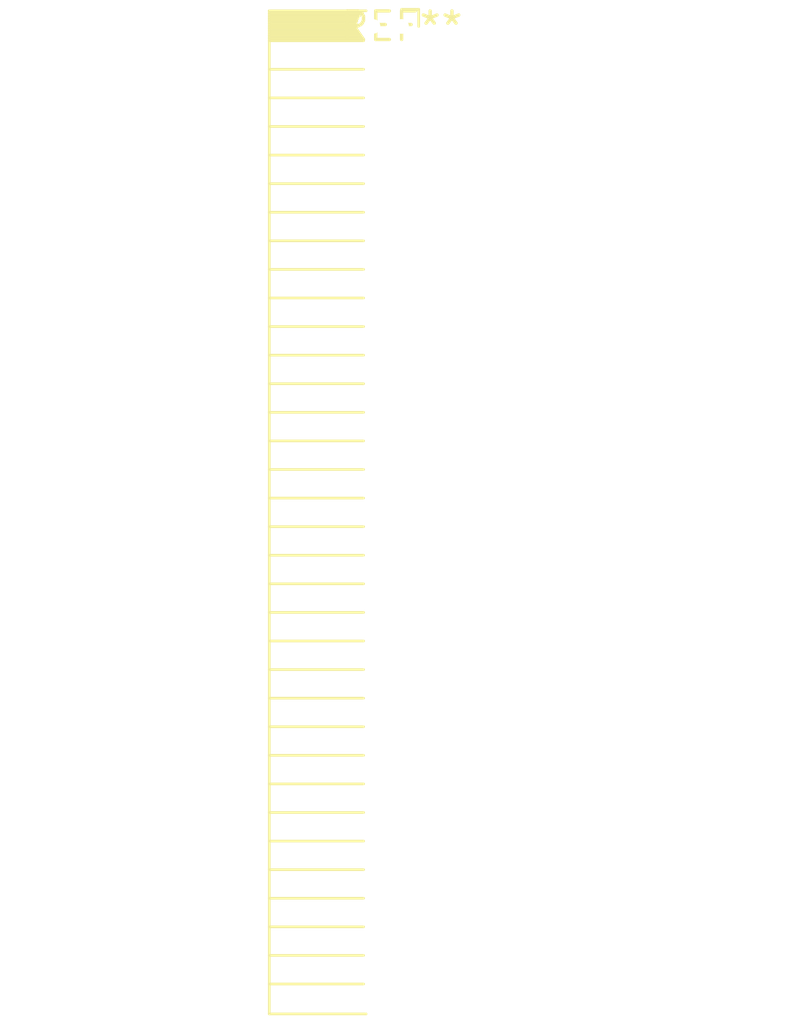
<source format=kicad_pcb>
(kicad_pcb (version 20240108) (generator pcbnew)
  (layers (0 "F.Cu" signal) (31 "B.Cu" signal) (34 "B.Paste" user) (35 "F.Paste" user) (36 "B.SilkS" user "B.Silkscreen") (37 "F.SilkS" user "F.Silkscreen") (38 "B.Mask" user) (39 "F.Mask" user) (44 "Edge.Cuts" user))
  (net 0 "")
  (footprint "PinSocket_2x35_P1.27mm_Horizontal" (layer "F.Cu") (at 0 0)
    (property "Reference" "REF**")
    (property "Value" "PinSocket_2x35_P1.27mm_Horizontal")
    (fp_line (start -5.88 -0.695) (end -5.88 43.875) (layer "F.SilkS") (stroke (width 0.12)))
    (fp_line (start -5.88 -0.695) (end -1.57753 -0.695) (layer "F.SilkS") (stroke (width 0.12)))
    (fp_line (start -5.88 -0.575) (end -1.766966 -0.575) (layer "F.SilkS") (stroke (width 0.12)))
    (fp_line (start -5.88 -0.465) (end -1.871145 -0.465) (layer "F.SilkS") (stroke (width 0.12)))
    (fp_line (start -5.88 -0.355) (end -1.941993 -0.355) (layer "F.SilkS") (stroke (width 0.12)))
    (fp_line (start -5.88 -0.245) (end -1.989427 -0.245) (layer "F.SilkS") (stroke (width 0.12)))
    (fp_line (start -5.88 -0.135) (end -2.017914 -0.135) (layer "F.SilkS") (stroke (width 0.12)))
    (fp_line (start -5.88 -0.025) (end -2.029589 -0.025) (layer "F.SilkS") (stroke (width 0.12)))
    (fp_line (start -5.88 0.085) (end -2.025232 0.085) (layer "F.SilkS") (stroke (width 0.12)))
    (fp_line (start -5.88 0.195) (end -2.004558 0.195) (layer "F.SilkS") (stroke (width 0.12)))
    (fp_line (start -5.88 0.305) (end -1.966114 0.305) (layer "F.SilkS") (stroke (width 0.12)))
    (fp_line (start -5.88 0.415) (end -1.906691 0.415) (layer "F.SilkS") (stroke (width 0.12)))
    (fp_line (start -5.88 0.525) (end -1.819523 0.525) (layer "F.SilkS") (stroke (width 0.12)))
    (fp_line (start -5.88 0.635) (end -1.687582 0.635) (layer "F.SilkS") (stroke (width 0.12)))
    (fp_line (start -5.88 1.905) (end -1.687582 1.905) (layer "F.SilkS") (stroke (width 0.12)))
    (fp_line (start -5.88 3.175) (end -1.687582 3.175) (layer "F.SilkS") (stroke (width 0.12)))
    (fp_line (start -5.88 4.445) (end -1.687582 4.445) (layer "F.SilkS") (stroke (width 0.12)))
    (fp_line (start -5.88 5.715) (end -1.687582 5.715) (layer "F.SilkS") (stroke (width 0.12)))
    (fp_line (start -5.88 6.985) (end -1.687582 6.985) (layer "F.SilkS") (stroke (width 0.12)))
    (fp_line (start -5.88 8.255) (end -1.687582 8.255) (layer "F.SilkS") (stroke (width 0.12)))
    (fp_line (start -5.88 9.525) (end -1.687582 9.525) (layer "F.SilkS") (stroke (width 0.12)))
    (fp_line (start -5.88 10.795) (end -1.687582 10.795) (layer "F.SilkS") (stroke (width 0.12)))
    (fp_line (start -5.88 12.065) (end -1.687582 12.065) (layer "F.SilkS") (stroke (width 0.12)))
    (fp_line (start -5.88 13.335) (end -1.687582 13.335) (layer "F.SilkS") (stroke (width 0.12)))
    (fp_line (start -5.88 14.605) (end -1.687582 14.605) (layer "F.SilkS") (stroke (width 0.12)))
    (fp_line (start -5.88 15.875) (end -1.687582 15.875) (layer "F.SilkS") (stroke (width 0.12)))
    (fp_line (start -5.88 17.145) (end -1.687582 17.145) (layer "F.SilkS") (stroke (width 0.12)))
    (fp_line (start -5.88 18.415) (end -1.687582 18.415) (layer "F.SilkS") (stroke (width 0.12)))
    (fp_line (start -5.88 19.685) (end -1.687582 19.685) (layer "F.SilkS") (stroke (width 0.12)))
    (fp_line (start -5.88 20.955) (end -1.687582 20.955) (layer "F.SilkS") (stroke (width 0.12)))
    (fp_line (start -5.88 22.225) (end -1.687582 22.225) (layer "F.SilkS") (stroke (width 0.12)))
    (fp_line (start -5.88 23.495) (end -1.687582 23.495) (layer "F.SilkS") (stroke (width 0.12)))
    (fp_line (start -5.88 24.765) (end -1.687582 24.765) (layer "F.SilkS") (stroke (width 0.12)))
    (fp_line (start -5.88 26.035) (end -1.687582 26.035) (layer "F.SilkS") (stroke (width 0.12)))
    (fp_line (start -5.88 27.305) (end -1.687582 27.305) (layer "F.SilkS") (stroke (width 0.12)))
    (fp_line (start -5.88 28.575) (end -1.687582 28.575) (layer "F.SilkS") (stroke (width 0.12)))
    (fp_line (start -5.88 29.845) (end -1.687582 29.845) (layer "F.SilkS") (stroke (width 0.12)))
    (fp_line (start -5.88 31.115) (end -1.687582 31.115) (layer "F.SilkS") (stroke (width 0.12)))
    (fp_line (start -5.88 32.385) (end -1.687582 32.385) (layer "F.SilkS") (stroke (width 0.12)))
    (fp_line (start -5.88 33.655) (end -1.687582 33.655) (layer "F.SilkS") (stroke (width 0.12)))
    (fp_line (start -5.88 34.925) (end -1.687582 34.925) (layer "F.SilkS") (stroke (width 0.12)))
    (fp_line (start -5.88 36.195) (end -1.687582 36.195) (layer "F.SilkS") (stroke (width 0.12)))
    (fp_line (start -5.88 37.465) (end -1.687582 37.465) (layer "F.SilkS") (stroke (width 0.12)))
    (fp_line (start -5.88 38.735) (end -1.687582 38.735) (layer "F.SilkS") (stroke (width 0.12)))
    (fp_line (start -5.88 40.005) (end -1.687582 40.005) (layer "F.SilkS") (stroke (width 0.12)))
    (fp_line (start -5.88 41.275) (end -1.687582 41.275) (layer "F.SilkS") (stroke (width 0.12)))
    (fp_line (start -5.88 42.545) (end -1.687582 42.545) (layer "F.SilkS") (stroke (width 0.12)))
    (fp_line (start -5.88 43.875) (end -1.57753 43.875) (layer "F.SilkS") (stroke (width 0.12)))
    (fp_line (start 0 -0.76) (end 0.76 -0.76) (layer "F.SilkS") (stroke (width 0.12)))
    (fp_line (start 0.76 -0.76) (end 0.76 0) (layer "F.SilkS") (stroke (width 0.12)))
    (pad "1" thru_hole rect (at 0 0) (size 1 1) (drill 0.65) (layers *.Cu *.Mask) (remove_unused_layers))
    (pad "2" thru_hole oval (at -1.27 0) (size 1 1) (drill 0.65) (layers *.Cu *.Mask) (remove_unused_layers))
    (pad "3" thru_hole oval (at 0 1.27) (size 1 1) (drill 0.65) (layers *.Cu *.Mask) (remove_unused_layers))
    (pad "4" thru_hole oval (at -1.27 1.27) (size 1 1) (drill 0.65) (layers *.Cu *.Mask) (remove_unused_layers))
    (pad "5" thru_hole oval (at 0 2.54) (size 1 1) (drill 0.65) (layers *.Cu *.Mask) (remove_unused_layers))
    (pad "6" thru_hole oval (at -1.27 2.54) (size 1 1) (drill 0.65) (layers *.Cu *.Mask) (remove_unused_layers))
    (pad "7" thru_hole oval (at 0 3.81) (size 1 1) (drill 0.65) (layers *.Cu *.Mask) (remove_unused_layers))
    (pad "8" thru_hole oval (at -1.27 3.81) (size 1 1) (drill 0.65) (layers *.Cu *.Mask) (remove_unused_layers))
    (pad "9" thru_hole oval (at 0 5.08) (size 1 1) (drill 0.65) (layers *.Cu *.Mask) (remove_unused_layers))
    (pad "10" thru_hole oval (at -1.27 5.08) (size 1 1) (drill 0.65) (layers *.Cu *.Mask) (remove_unused_layers))
    (pad "11" thru_hole oval (at 0 6.35) (size 1 1) (drill 0.65) (layers *.Cu *.Mask) (remove_unused_layers))
    (pad "12" thru_hole oval (at -1.27 6.35) (size 1 1) (drill 0.65) (layers *.Cu *.Mask) (remove_unused_layers))
    (pad "13" thru_hole oval (at 0 7.62) (size 1 1) (drill 0.65) (layers *.Cu *.Mask) (remove_unused_layers))
    (pad "14" thru_hole oval (at -1.27 7.62) (size 1 1) (drill 0.65) (layers *.Cu *.Mask) (remove_unused_layers))
    (pad "15" thru_hole oval (at 0 8.89) (size 1 1) (drill 0.65) (layers *.Cu *.Mask) (remove_unused_layers))
    (pad "16" thru_hole oval (at -1.27 8.89) (size 1 1) (drill 0.65) (layers *.Cu *.Mask) (remove_unused_layers))
    (pad "17" thru_hole oval (at 0 10.16) (size 1 1) (drill 0.65) (layers *.Cu *.Mask) (remove_unused_layers))
    (pad "18" thru_hole oval (at -1.27 10.16) (size 1 1) (drill 0.65) (layers *.Cu *.Mask) (remove_unused_layers))
    (pad "19" thru_hole oval (at 0 11.43) (size 1 1) (drill 0.65) (layers *.Cu *.Mask) (remove_unused_layers))
    (pad "20" thru_hole oval (at -1.27 11.43) (size 1 1) (drill 0.65) (layers *.Cu *.Mask) (remove_unused_layers))
    (pad "21" thru_hole oval (at 0 12.7) (size 1 1) (drill 0.65) (layers *.Cu *.Mask) (remove_unused_layers))
    (pad "22" thru_hole oval (at -1.27 12.7) (size 1 1) (drill 0.65) (layers *.Cu *.Mask) (remove_unused_layers))
    (pad "23" thru_hole oval (at 0 13.97) (size 1 1) (drill 0.65) (layers *.Cu *.Mask) (remove_unused_layers))
    (pad "24" thru_hole oval (at -1.27 13.97) (size 1 1) (drill 0.65) (layers *.Cu *.Mask) (remove_unused_layers))
    (pad "25" thru_hole oval (at 0 15.24) (size 1 1) (drill 0.65) (layers *.Cu *.Mask) (remove_unused_layers))
    (pad "26" thru_hole oval (at -1.27 15.24) (size 1 1) (drill 0.65) (layers *.Cu *.Mask) (remove_unused_layers))
    (pad "27" thru_hole oval (at 0 16.51) (size 1 1) (drill 0.65) (layers *.Cu *.Mask) (remove_unused_layers))
    (pad "28" thru_hole oval (at -1.27 16.51) (size 1 1) (drill 0.65) (layers *.Cu *.Mask) (remove_unused_layers))
    (pad "29" thru_hole oval (at 0 17.78) (size 1 1) (drill 0.65) (layers *.Cu *.Mask) (remove_unused_layers))
    (pad "30" thru_hole oval (at -1.27 17.78) (size 1 1) (drill 0.65) (layers *.Cu *.Mask) (remove_unused_layers))
    (pad "31" thru_hole oval (at 0 19.05) (size 1 1) (drill 0.65) (layers *.Cu *.Mask) (remove_unused_layers))
    (pad "32" thru_hole oval (at -1.27 19.05) (size 1 1) (drill 0.65) (layers *.Cu *.Mask) (remove_unused_layers))
    (pad "33" thru_hole oval (at 0 20.32) (size 1 1) (drill 0.65) (layers *.Cu *.Mask) (remove_unused_layers))
    (pad "34" thru_hole oval (at -1.27 20.32) (size 1 1) (drill 0.65) (layers *.Cu *.Mask) (remove_unused_layers))
    (pad "35" thru_hole oval (at 0 21.59) (size 1 1) (drill 0.65) (layers *.Cu *.Mask) (remove_unused_layers))
    (pad "36" thru_hole oval (at -1.27 21.59) (size 1 1) (drill 0.65) (layers *.Cu *.Mask) (remove_unused_layers))
    (pad "37" thru_hole oval (at 0 22.86) (size 1 1) (drill 0.65) (layers *.Cu *.Mask) (remove_unused_layers))
    (pad "38" thru_hole oval (at -1.27 22.86) (size 1 1) (drill 0.65) (layers *.Cu *.Mask) (remove_unused_layers))
    (pad "39" thru_hole oval (at 0 24.13) (size 1 1) (drill 0.65) (layers *.Cu *.Mask) (remove_unused_layers))
    (pad "40" thru_hole oval (at -1.27 24.13) (size 1 1) (drill 0.65) (layers *.Cu *.Mask) (remove_unused_layers))
    (pad "41" thru_hole oval (at 0 25.4) (size 1 1) (drill 0.65) (layers *.Cu *.Mask) (remove_unused_layers))
    (pad "42" thru_hole oval (at -1.27 25.4) (size 1 1) (drill 0.65) (layers *.Cu *.Mask) (remove_unused_layers))
    (pad "43" thru_hole oval (at 0 26.67) (size 1 1) (drill 0.65) (layers *.Cu *.Mask) (remove_unused_layers))
    (pad "44" thru_hole oval (at -1.27 26.67) (size 1 1) (drill 0.65) (layers *.Cu *.Mask) (remove_unused_layers))
    (pad "45" thru_hole oval (at 0 27.94) (size 1 1) (drill 0.65) (layers *.Cu *.Mask) (remove_unused_layers))
    (pad "46" thru_hole oval (at -1.27 27.94) (size 1 1) (drill 0.65) (layers *.Cu *.Mask) (remove_unused_layers))
    (pad "47" thru_hole oval (at 0 29.21) (size 1 1) (drill 0.65) (layers *.Cu *.Mask) (remove_unused_layers))
    (pad "48" thru_hole oval (at -1.27 29.21) (size 1 1) (drill 0.65) (layers *.Cu *.Mask) (remove_unused_layers))
    (pad "49" thru_hole oval (at 0 30.48) (size 1 1) (drill 0.65) (layers *.Cu *.Mask) (remove_unused_layers))
    (pad "50" thru_hole oval (at -1.27 30.48) (size 1 1) (drill 0.65) (layers *.Cu *.Mask) (remove_unused_layers))
    (pad "51" thru_hole oval (at 0 31.75) (size 1 1) (drill 0.65) (layers *.Cu *.Mask) (remove_unused_layers))
    (pad "52" thru_hole oval (at -1.27 31.75) (size 1 1) (drill 0.65) (layers *.Cu *.Mask) (remove_unused_layers))
    (pad "53" thru_hole oval (at 0 33.02) (size 1 1) (drill 0.65) (layers *.Cu *.Mask) (remove_unused_layers))
    (pad "54" thru_hole oval (at -1.27 33.02) (size 1 1) (drill 0.65) (layers *.Cu *.Mask) (remove_unused_layers))
    (pad "55" thru_hole oval (at 0 34.29) (size 1 1) (drill 0.65) (layers *.Cu *.Mask) (remove_unused_layers))
    (pad "56" thru_hole oval (at -1.27 34.29) (size 1 1) (drill 0.65) (layers *.Cu *.Mask) (remove_unused_layers))
    (pad "57" thru_hole oval (at 0 35.56) (size 1 1) (drill 0.65) (layers *.Cu *.Mask) (remove_unused_layers))
    (pad "58" thru_hole oval (at -1.27 35.56) (size 1 1) (drill 0.65) (layers *.Cu *.Mask) (remove_unused_layers))
    (pad "59" thru_hole oval (at 0 36.83) (size 1 1) (drill 0.65) (layers *.Cu *.Mask) (remove_unused_layers))
    (pad "60" thru_hole oval (at -1.27 36.83) (size 1 1) (drill 0.65) (layers *.Cu *.Mask) (remove_unused_layers))
    (pad "61" thru_hole oval (at 0 38.1) (size 1 1) (drill 0.65) (layers *.Cu *.Mask) (remove_unused_layers))
    (pad "62" thru_hole oval (at -1.27 38.1) (size 1 1) (drill 0.65) (layers *.Cu *.Mask) (remove_unused_layers))
    (pad "63" thru_hole oval (at 0 39.37) (size 1 1) (drill 0.65) (layers *.Cu *.Mask) (remove_unused_layers))
    (pad "64" thru_hole oval (at -1.27 39.37) (size 1 1) (drill 0.65) (layers *.Cu *.Mask) (remove_unused_layers))
    (pad "65" thru_hole oval (at 0 40.64) (size 1 1) (drill 0.65) (layers *.Cu *.Mask) (remove_unused_layers))
    (pad "66" thru_hole oval (at -1.27 40.64) (size 1 1) (drill 0.65) (layers *.Cu *.Mask) (remove_unused_layers))
    (pad "67" thru_hole oval (at 0 41.91) (size 1 1) (drill 0.65) (layers *.Cu *.Mask) (remove_unused_layers))
    (pad "68" thru_hole oval (at -1.27 41.91) (size 1 1) (drill 0.65) (layers *.Cu *.Mask) (remove_unused_layers))
    (pad "69" thru_hole oval (at 0 43.18) (size 1 1) (drill 0.65) (layers *.Cu *.Mask) (remove_unused_layers))
    (pad "70" thru_hole oval (at -1.27 43.18) (size 1 1) (drill 0.65) (layers *.Cu *.Mask) (remove_unused_layers))
  )
)
</source>
